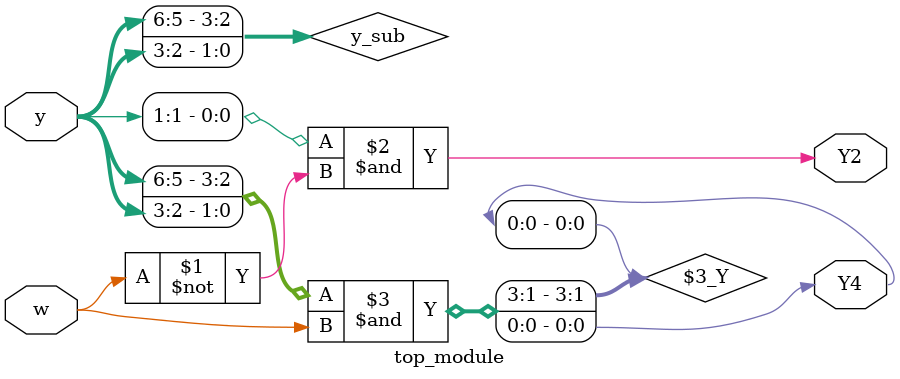
<source format=sv>
module top_module (
    input [6:1] y,
    input w,
    output Y2,
    output Y4
);
    wire [3:0] y_sub;

    assign Y2 = y[1] & ~w;
    assign y_sub = {y[6], y[5], y[3], y[2]};
    assign Y4 = y_sub & w;
endmodule

</source>
